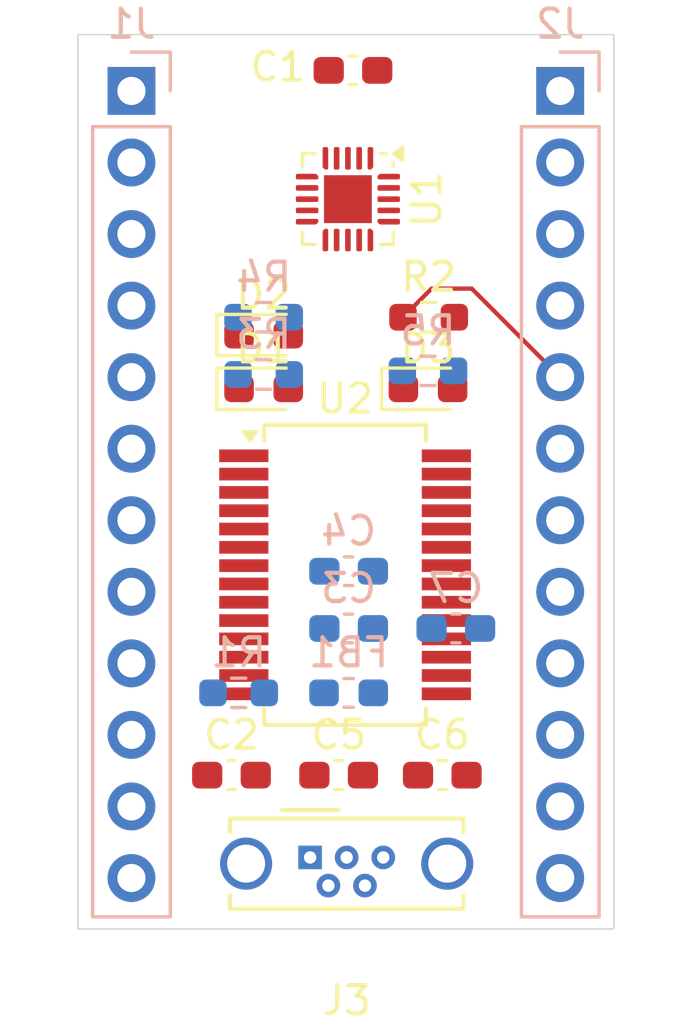
<source format=kicad_pcb>
(kicad_pcb (version 20241229) (generator "pcbnew") (generator_version "9.0")
  (layers (0 "F.Cu" signal) (2 "B.Cu" signal) (13 "F.Paste" user) (15 "B.Paste" user) (5 "F.SilkS" user "F.Silkscreen") (7 "B.SilkS" user "B.Silkscreen") (1 "F.Mask" user) (3 "B.Mask" user) (25 "Edge.Cuts" user))
  (net 0 "")
  (net 1 "GND")
  (net 2 "VCC")
  (net 3 "Net-(J3-VBUS)")
  (net 4 "Net-(J1-Pin_8)")
  (net 5 "Net-(J1-Pin_4)")
  (net 6 "Net-(J1-Pin_10)")
  (net 7 "Net-(J1-Pin_11)")
  (net 8 "Net-(J1-Pin_3)")
  (net 9 "Net-(J1-Pin_9)")
  (net 10 "Net-(J1-Pin_7)")
  (net 11 "Net-(J1-Pin_6)")
  (net 12 "Net-(J1-Pin_12)")
  (net 13 "Net-(J1-Pin_5)")
  (net 14 "Net-(J2-Pin_8)")
  (net 15 "/PB3")
  (net 16 "Net-(J2-Pin_11)")
  (net 17 "/PB5")
  (net 18 "Net-(J2-Pin_10)")
  (net 19 "/PB4")
  (net 20 "Net-(J2-Pin_9)")
  (net 21 "Net-(J3-D+)")
  (net 22 "Net-(J3-D-)")
  (net 23 "Net-(U2-3V3OUT)")
  (net 24 "Net-(D1-K)")
  (net 25 "Net-(D2-K)")
  (net 26 "Net-(D3-K)")
  (net 27 "/PB2")
  (net 28 "Net-(U2-CBUS3)")
  (net 30 "Net-(U2-CBUS0)")
  (net 31 "Net-(U2-CBUS1)")
  (footprint "Connector_USB:USB_Micro-B_Wuerth_614105150721_Vertical_CircularHoles" (layer "F.Cu") (at 77.47 64.77)
    (property "Reference" "J3" (at 1.3 5.08 0) (layer "F.SilkS"))
    (property "Value" "USB_B_Micro")
    (fp_line (start -2.85 -1.38) (end 5.45 -1.38) (stroke (width 0.15)) (layer "F.SilkS"))
    (fp_line (start -2.85 -0.905) (end -2.85 -1.38) (stroke (width 0.15)) (layer "F.SilkS"))
    (fp_line (start -2.85 1.345) (end -2.85 1.82) (stroke (width 0.15)) (layer "F.SilkS"))
    (fp_line (start -2.85 1.82) (end 5.45 1.82) (stroke (width 0.15)) (layer "F.SilkS"))
    (fp_line (start -1 -1.68) (end 1 -1.68) (stroke (width 0.15)) (layer "F.SilkS"))
    (fp_line (start 5.45 -1.38) (end 5.45 -0.905) (stroke (width 0.15)) (layer "F.SilkS"))
    (fp_line (start 5.45 1.82) (end 5.45 1.345) (stroke (width 0.15)) (layer "F.SilkS"))
    (pad "1" thru_hole rect (at 0 0) (size 0.84 0.84) (drill 0.44) (layers "*.Cu" "*.Mask") (net 3 "Net-(J3-VBUS)"))
    (pad "2" thru_hole circle (at 0.65 1) (size 0.84 0.84) (drill 0.44) (layers "*.Cu" "*.Mask") (net 22 "Net-(J3-D-)"))
    (pad "3" thru_hole circle (at 1.3 0) (size 0.84 0.84) (drill 0.44) (layers "*.Cu" "*.Mask") (net 21 "Net-(J3-D+)"))
    (pad "4" thru_hole circle (at 1.95 1) (size 0.84 0.84) (drill 0.44) (layers "*.Cu" "*.Mask") (net 1 "GND"))
    (pad "5" thru_hole circle (at 2.6 0) (size 0.84 0.84) (drill 0.44) (layers "*.Cu" "*.Mask") (net 1 "GND"))
    (pad "6" thru_hole circle (at -2.275 0.22) (size 1.85 1.85) (drill 1.35) (layers "*.Cu" "*.Mask") (net 1 "GND"))
    (pad "6" thru_hole circle (at 4.875 0.22) (size 1.85 1.85) (drill 1.35) (layers "*.Cu" "*.Mask") (net 1 "GND"))
  )
  (footprint "Package_DFN_QFN:VQFN-20-1EP_3x3mm_P0.4mm_EP1.7x1.7mm" (layer "F.Cu") (at 78.814 41.402 -90)
    (property "Reference" "U1" (at 0 -2.8 90) (layer "F.SilkS"))
    (property "Value" "ATtiny1606-M")
    (fp_line (start -1.61 1.61) (end -1.61 1.16) (stroke (width 0.12)) (layer "F.SilkS"))
    (fp_line (start -1.16 1.61) (end -1.61 1.61) (stroke (width 0.12)) (layer "F.SilkS"))
    (fp_line (start 1.16 1.61) (end 1.61 1.61) (stroke (width 0.12)) (layer "F.SilkS"))
    (fp_line (start 1.61 1.61) (end 1.61 1.16) (stroke (width 0.12)) (layer "F.SilkS"))
    (fp_line (start -1.61 -1.16) (end -1.61 -1.37) (stroke (width 0.12)) (layer "F.SilkS"))
    (fp_line (start -1.16 -1.61) (end -1.31 -1.61) (stroke (width 0.12)) (layer "F.SilkS"))
    (fp_line (start 1.16 -1.61) (end 1.61 -1.61) (stroke (width 0.12)) (layer "F.SilkS"))
    (fp_line (start 1.61 -1.61) (end 1.61 -1.16) (stroke (width 0.12)) (layer "F.SilkS"))
    (fp_poly (pts (xy -1.61 -1.61) (xy -1.85 -1.94) (xy -1.37 -1.94)) (stroke (width 0.12)) (fill yes) (layer "F.SilkS"))
    (pad "1" smd custom (at -1.45 -0.8 270) (size 0.143431 0.143431) (layers "F.Cu" "F.Mask" "F.Paste") (net 5 "Net-(J1-Pin_4)") (options (clearance outline) (anchor circle)) (primitives (gr_poly (pts (xy -0.35 -0.05) (xy 0.299289 -0.05) (xy 0.35 0.000711) (xy 0.35 0.05) (xy -0.35 0.05)) (width 0.1) (fill yes))))
    (pad "2" smd roundrect (at -1.45 -0.4 270) (size 0.8 0.2) (layers "F.Cu" "F.Mask" "F.Paste") (net 13 "Net-(J1-Pin_5)"))
    (pad "3" smd roundrect (at -1.45 0 270) (size 0.8 0.2) (layers "F.Cu" "F.Mask" "F.Paste") (net 1 "GND"))
    (pad "4" smd roundrect (at -1.45 0.4 270) (size 0.8 0.2) (layers "F.Cu" "F.Mask" "F.Paste") (net 2 "VCC"))
    (pad "5" smd custom (at -1.45 0.8 270) (size 0.143431 0.143431) (layers "F.Cu" "F.Mask" "F.Paste") (net 11 "Net-(J1-Pin_6)") (options (clearance outline) (anchor circle)) (primitives (gr_poly (pts (xy -0.35 -0.05) (xy 0.35 -0.05) (xy 0.35 -0.000711) (xy 0.299289 0.05) (xy -0.35 0.05)) (width 0.1) (fill yes))))
    (pad "6" smd custom (at -0.8 1.45 270) (size 0.143431 0.143431) (layers "F.Cu" "F.Mask" "F.Paste") (net 10 "Net-(J1-Pin_7)") (options (clearance outline) (anchor circle)) (primitives (gr_poly (pts (xy -0.05 -0.299289) (xy 0.000711 -0.35) (xy 0.05 -0.35) (xy 0.05 0.35) (xy -0.05 0.35)) (width 0.1) (fill yes))))
    (pad "7" smd roundrect (at -0.4 1.45 270) (size 0.2 0.8) (layers "F.Cu" "F.Mask" "F.Paste") (net 4 "Net-(J1-Pin_8)"))
    (pad "8" smd roundrect (at 0 1.45 270) (size 0.2 0.8) (layers "F.Cu" "F.Mask" "F.Paste") (net 9 "Net-(J1-Pin_9)"))
    (pad "9" smd roundrect (at 0.4 1.45 270) (size 0.2 0.8) (layers "F.Cu" "F.Mask" "F.Paste") (net 17 "/PB5"))
    (pad "10" smd custom (at 0.8 1.45 270) (size 0.143431 0.143431) (layers "F.Cu" "F.Mask" "F.Paste") (net 19 "/PB4") (options (clearance outline) (anchor circle)) (primitives (gr_poly (pts (xy -0.05 -0.35) (xy -0.000711 -0.35) (xy 0.05 -0.299289) (xy 0.05 0.35) (xy -0.05 0.35)) (width 0.1) (fill yes))))
    (pad "11" smd custom (at 1.45 0.8 270) (size 0.143431 0.143431) (layers "F.Cu" "F.Mask" "F.Paste") (net 15 "/PB3") (options (clearance outline) (anchor circle)) (primitives (gr_poly (pts (xy -0.35 -0.05) (xy 0.35 -0.05) (xy 0.35 0.05) (xy -0.299289 0.05) (xy -0.35 -0.000711)) (width 0.1) (fill yes))))
    (pad "12" smd roundrect (at 1.45 0.4 270) (size 0.8 0.2) (layers "F.Cu" "F.Mask" "F.Paste") (net 12 "Net-(J1-Pin_12)"))
    (pad "13" smd roundrect (at 1.45 0 270) (size 0.8 0.2) (layers "F.Cu" "F.Mask" "F.Paste") (net 7 "Net-(J1-Pin_11)"))
    (pad "14" smd roundrect (at 1.45 -0.4 270) (size 0.8 0.2) (layers "F.Cu" "F.Mask" "F.Paste") (net 6 "Net-(J1-Pin_10)"))
    (pad "15" smd custom (at 1.45 -0.8 270) (size 0.143431 0.143431) (layers "F.Cu" "F.Mask" "F.Paste") (net 14 "Net-(J2-Pin_8)") (options (clearance outline) (anchor circle)) (primitives (gr_poly (pts (xy -0.35 0.000711) (xy -0.299289 -0.05) (xy 0.35 -0.05) (xy 0.35 0.05) (xy -0.35 0.05)) (width 0.1) (fill yes))))
    (pad "16" smd custom (at 0.8 -1.45 270) (size 0.143431 0.143431) (layers "F.Cu" "F.Mask" "F.Paste") (net 20 "Net-(J2-Pin_9)") (options (clearance outline) (anchor circle)) (primitives (gr_poly (pts (xy -0.05 -0.35) (xy 0.05 -0.35) (xy 0.05 0.299289) (xy -0.000711 0.35) (xy -0.05 0.35)) (width 0.1) (fill yes))))
    (pad "17" smd roundrect (at 0.4 -1.45 270) (size 0.2 0.8) (layers "F.Cu" "F.Mask" "F.Paste") (net 18 "Net-(J2-Pin_10)"))
    (pad "18" smd roundrect (at 0 -1.45 270) (size 0.2 0.8) (layers "F.Cu" "F.Mask" "F.Paste") (net 16 "Net-(J2-Pin_11)"))
    (pad "19" smd roundrect (at -0.4 -1.45 270) (size 0.2 0.8) (layers "F.Cu" "F.Mask" "F.Paste") (net 27 "/PB2"))
    (pad "20" smd custom (at -0.8 -1.45 270) (size 0.143431 0.143431) (layers "F.Cu" "F.Mask" "F.Paste") (net 8 "Net-(J1-Pin_3)") (options (clearance outline) (anchor circle)) (primitives (gr_poly (pts (xy -0.05 -0.35) (xy 0.05 -0.35) (xy 0.05 0.35) (xy 0.000711 0.35) (xy -0.05 0.299289)) (width 0.1) (fill yes))))
    (pad "21" smd rect (at 0 0 270) (size 1.7 1.7) (property pad_prop_heatsink) (layers "F.Cu" "F.Mask") (net 1 "GND"))
  )
  (footprint "Capacitor_SMD:C_0603_1608Metric_Pad1.08x0.95mm_HandSolder" (layer "F.Cu") (at 82.169 61.849)
    (property "Reference" "C6" (at 0 -1.43 0) (layer "F.SilkS"))
    (property "Value" "47pF")
    (fp_line (start -0.146267 -0.51) (end 0.146267 -0.51) (stroke (width 0.12)) (layer "F.SilkS"))
    (fp_line (start -0.146267 0.51) (end 0.146267 0.51) (stroke (width 0.12)) (layer "F.SilkS"))
    (pad "1" smd roundrect (at -0.8625 0) (size 1.075 0.95) (layers "F.Cu" "F.Mask" "F.Paste") (net 22 "Net-(J3-D-)"))
    (pad "2" smd roundrect (at 0.8625 0) (size 1.075 0.95) (layers "F.Cu" "F.Mask" "F.Paste") (net 1 "GND"))
  )
  (footprint "Capacitor_SMD:C_0603_1608Metric_Pad1.08x0.95mm_HandSolder" (layer "F.Cu") (at 74.676 61.849)
    (property "Reference" "C2" (at 0 -1.43 0) (layer "F.SilkS"))
    (property "Value" "10nF")
    (fp_line (start -0.146267 -0.51) (end 0.146267 -0.51) (stroke (width 0.12)) (layer "F.SilkS"))
    (fp_line (start -0.146267 0.51) (end 0.146267 0.51) (stroke (width 0.12)) (layer "F.SilkS"))
    (pad "1" smd roundrect (at -0.8625 0) (size 1.075 0.95) (layers "F.Cu" "F.Mask" "F.Paste") (net 3 "Net-(J3-VBUS)"))
    (pad "2" smd roundrect (at 0.8625 0) (size 1.075 0.95) (layers "F.Cu" "F.Mask" "F.Paste") (net 1 "GND"))
  )
  (footprint "Capacitor_SMD:C_0603_1608Metric_Pad1.08x0.95mm_HandSolder" (layer "F.Cu") (at 78.486 61.849)
    (property "Reference" "C5" (at 0 -1.43 0) (layer "F.SilkS"))
    (property "Value" "47pF")
    (fp_line (start -0.146267 -0.51) (end 0.146267 -0.51) (stroke (width 0.12)) (layer "F.SilkS"))
    (fp_line (start -0.146267 0.51) (end 0.146267 0.51) (stroke (width 0.12)) (layer "F.SilkS"))
    (pad "1" smd roundrect (at -0.8625 0) (size 1.075 0.95) (layers "F.Cu" "F.Mask" "F.Paste") (net 21 "Net-(J3-D+)"))
    (pad "2" smd roundrect (at 0.8625 0) (size 1.075 0.95) (layers "F.Cu" "F.Mask" "F.Paste") (net 1 "GND"))
  )
  (footprint "Resistor_SMD:R_0603_1608Metric_Pad0.98x0.95mm_HandSolder" (layer "F.Cu") (at 81.6845 45.593)
    (property "Reference" "R2" (at 0 -1.43 0) (layer "F.SilkS"))
    (property "Value" "1k")
    (fp_line (start -0.254724 -0.5225) (end 0.254724 -0.5225) (stroke (width 0.12)) (layer "F.SilkS"))
    (fp_line (start -0.254724 0.5225) (end 0.254724 0.5225) (stroke (width 0.12)) (layer "F.SilkS"))
    (pad "1" smd roundrect (at -0.9125 0) (size 0.975 0.95) (layers "F.Cu" "F.Mask" "F.Paste") (net 15 "/PB3"))
    (pad "2" smd roundrect (at 0.9125 0) (size 0.975 0.95) (layers "F.Cu" "F.Mask" "F.Paste") (net 27 "/PB2"))
  )
  (footprint "Package_SO:SSOP-28_5.3x10.2mm_P0.65mm" (layer "F.Cu") (at 78.7135 54.737)
    (property "Reference" "U2" (at 0 -6.25 0) (layer "F.SilkS"))
    (property "Value" "FT232RL")
    (fp_line (start -2.875 -5.325) (end -2.875 -4.75) (stroke (width 0.15)) (layer "F.SilkS"))
    (fp_line (start -2.875 -5.325) (end 2.875 -5.325) (stroke (width 0.15)) (layer "F.SilkS"))
    (fp_line (start -2.875 4.75) (end -2.875 5.325) (stroke (width 0.15)) (layer "F.SilkS"))
    (fp_line (start -2.875 5.325) (end 2.875 5.325) (stroke (width 0.15)) (layer "F.SilkS"))
    (fp_line (start 2.875 -5.325) (end 2.875 -4.75) (stroke (width 0.15)) (layer "F.SilkS"))
    (fp_line (start 2.875 4.75) (end 2.875 5.325) (stroke (width 0.15)) (layer "F.SilkS"))
    (fp_poly (pts (xy -3.375 -4.75) (xy -3.615 -5.08) (xy -3.135 -5.08) (xy -3.375 -4.75)) (stroke (width 0.12)) (fill yes) (layer "F.SilkS"))
    (pad "1" smd rect (at -3.6 -4.225) (size 1.75 0.45) (layers "F.Cu" "F.Mask" "F.Paste") (net 15 "/PB3"))
    (pad "2" smd rect (at -3.6 -3.575) (size 1.75 0.45) (layers "F.Cu" "F.Mask" "F.Paste"))
    (pad "3" smd rect (at -3.6 -2.925) (size 1.75 0.45) (layers "F.Cu" "F.Mask" "F.Paste"))
    (pad "4" smd rect (at -3.6 -2.275) (size 1.75 0.45) (layers "F.Cu" "F.Mask" "F.Paste") (net 2 "VCC"))
    (pad "5" smd rect (at -3.6 -1.625) (size 1.75 0.45) (layers "F.Cu" "F.Mask" "F.Paste") (net 27 "/PB2"))
    (pad "6" smd rect (at -3.6 -0.975) (size 1.75 0.45) (layers "F.Cu" "F.Mask" "F.Paste"))
    (pad "7" smd rect (at -3.6 -0.325) (size 1.75 0.45) (layers "F.Cu" "F.Mask" "F.Paste") (net 1 "GND"))
    (pad "8" smd rect (at -3.6 0.325) (size 1.75 0.45) (layers "F.Cu" "F.Mask" "F.Paste"))
    (pad "9" smd rect (at -3.6 0.975) (size 1.75 0.45) (layers "F.Cu" "F.Mask" "F.Paste"))
    (pad "10" smd rect (at -3.6 1.625) (size 1.75 0.45) (layers "F.Cu" "F.Mask" "F.Paste"))
    (pad "11" smd rect (at -3.6 2.275) (size 1.75 0.45) (layers "F.Cu" "F.Mask" "F.Paste"))
    (pad "12" smd rect (at -3.6 2.925) (size 1.75 0.45) (layers "F.Cu" "F.Mask" "F.Paste"))
    (pad "13" smd rect (at -3.6 3.575) (size 1.75 0.45) (layers "F.Cu" "F.Mask" "F.Paste"))
    (pad "14" smd rect (at -3.6 4.225) (size 1.75 0.45) (layers "F.Cu" "F.Mask" "F.Paste") (net 28 "Net-(U2-CBUS3)"))
    (pad "15" smd rect (at 3.6 4.225) (size 1.75 0.45) (layers "F.Cu" "F.Mask" "F.Paste") (net 21 "Net-(J3-D+)"))
    (pad "16" smd rect (at 3.6 3.575) (size 1.75 0.45) (layers "F.Cu" "F.Mask" "F.Paste") (net 22 "Net-(J3-D-)"))
    (pad "17" smd rect (at 3.6 2.925) (size 1.75 0.45) (layers "F.Cu" "F.Mask" "F.Paste") (net 23 "Net-(U2-3V3OUT)"))
    (pad "18" smd rect (at 3.6 2.275) (size 1.75 0.45) (layers "F.Cu" "F.Mask" "F.Paste") (net 1 "GND"))
    (pad "19" smd rect (at 3.6 1.625) (size 1.75 0.45) (layers "F.Cu" "F.Mask" "F.Paste"))
    (pad "20" smd rect (at 3.6 0.975) (size 1.75 0.45) (layers "F.Cu" "F.Mask" "F.Paste") (net 2 "VCC"))
    (pad "21" smd rect (at 3.6 0.325) (size 1.75 0.45) (layers "F.Cu" "F.Mask" "F.Paste") (net 1 "GND"))
    (pad "22" smd rect (at 3.6 -0.325) (size 1.75 0.45) (layers "F.Cu" "F.Mask" "F.Paste") (net 31 "Net-(U2-CBUS1)"))
    (pad "23" smd rect (at 3.6 -0.975) (size 1.75 0.45) (layers "F.Cu" "F.Mask" "F.Paste") (net 30 "Net-(U2-CBUS0)"))
    (pad "24" smd rect (at 3.6 -1.625) (size 1.75 0.45) (layers "F.Cu" "F.Mask" "F.Paste"))
    (pad "25" smd rect (at 3.6 -2.275) (size 1.75 0.45) (layers "F.Cu" "F.Mask" "F.Paste") (net 1 "GND"))
    (pad "26" smd rect (at 3.6 -2.925) (size 1.75 0.45) (layers "F.Cu" "F.Mask" "F.Paste") (net 1 "GND"))
    (pad "27" smd rect (at 3.6 -3.575) (size 1.75 0.45) (layers "F.Cu" "F.Mask" "F.Paste"))
    (pad "28" smd rect (at 3.6 -4.225) (size 1.75 0.45) (layers "F.Cu" "F.Mask" "F.Paste"))
  )
  (footprint "LED_SMD:LED_0603_1608Metric_Pad1.05x0.95mm_HandSolder" (layer "F.Cu") (at 75.819 48.133)
    (property "Reference" "D1" (at 0 -1.43 0) (layer "F.SilkS"))
    (property "Value" "LED")
    (fp_line (start -1.66 -0.735) (end -1.66 0.735) (stroke (width 0.12)) (layer "F.SilkS"))
    (fp_line (start -1.66 0.735) (end 0.8 0.735) (stroke (width 0.12)) (layer "F.SilkS"))
    (fp_line (start 0.8 -0.735) (end -1.66 -0.735) (stroke (width 0.12)) (layer "F.SilkS"))
    (pad "1" smd roundrect (at -0.875 0) (size 1.05 0.95) (layers "F.Cu" "F.Mask" "F.Paste") (net 24 "Net-(D1-K)"))
    (pad "2" smd roundrect (at 0.875 0) (size 1.05 0.95) (layers "F.Cu" "F.Mask" "F.Paste") (net 2 "VCC"))
  )
  (footprint "LED_SMD:LED_0603_1608Metric_Pad1.05x0.95mm_HandSolder" (layer "F.Cu") (at 81.661 48.133)
    (property "Reference" "D3" (at 0 -1.43 0) (layer "F.SilkS"))
    (property "Value" "LED")
    (fp_line (start -1.66 -0.735) (end -1.66 0.735) (stroke (width 0.12)) (layer "F.SilkS"))
    (fp_line (start -1.66 0.735) (end 0.8 0.735) (stroke (width 0.12)) (layer "F.SilkS"))
    (fp_line (start 0.8 -0.735) (end -1.66 -0.735) (stroke (width 0.12)) (layer "F.SilkS"))
    (pad "1" smd roundrect (at -0.875 0) (size 1.05 0.95) (layers "F.Cu" "F.Mask" "F.Paste") (net 26 "Net-(D3-K)"))
    (pad "2" smd roundrect (at 0.875 0) (size 1.05 0.95) (layers "F.Cu" "F.Mask" "F.Paste") (net 2 "VCC"))
  )
  (footprint "LED_SMD:LED_0603_1608Metric_Pad1.05x0.95mm_HandSolder" (layer "F.Cu") (at 75.819 46.228)
    (property "Reference" "D2" (at 0 -1.43 0) (layer "F.SilkS"))
    (property "Value" "LED")
    (fp_line (start -1.66 -0.735) (end -1.66 0.735) (stroke (width 0.12)) (layer "F.SilkS"))
    (fp_line (start -1.66 0.735) (end 0.8 0.735) (stroke (width 0.12)) (layer "F.SilkS"))
    (fp_line (start 0.8 -0.735) (end -1.66 -0.735) (stroke (width 0.12)) (layer "F.SilkS"))
    (pad "1" smd roundrect (at -0.875 0) (size 1.05 0.95) (layers "F.Cu" "F.Mask" "F.Paste") (net 25 "Net-(D2-K)"))
    (pad "2" smd roundrect (at 0.875 0) (size 1.05 0.95) (layers "F.Cu" "F.Mask" "F.Paste") (net 2 "VCC"))
  )
  (footprint "Capacitor_SMD:C_0603_1608Metric_Pad1.08x0.95mm_HandSolder" (layer "F.Cu") (at 78.994 36.83)
    (property "Reference" "C1" (at -2.667 -0.127 0) (layer "F.SilkS"))
    (property "Value" "0.1uF")
    (fp_line (start -0.146267 -0.51) (end 0.146267 -0.51) (stroke (width 0.12)) (layer "F.SilkS"))
    (fp_line (start -0.146267 0.51) (end 0.146267 0.51) (stroke (width 0.12)) (layer "F.SilkS"))
    (pad "1" smd roundrect (at -0.8625 0) (size 1.075 0.95) (layers "F.Cu" "F.Mask" "F.Paste") (net 2 "VCC"))
    (pad "2" smd roundrect (at 0.8625 0) (size 1.075 0.95) (layers "F.Cu" "F.Mask" "F.Paste") (net 1 "GND"))
  )
  (footprint "Resistor_SMD:R_0603_1608Metric_Pad0.98x0.95mm_HandSolder" (layer "B.Cu") (at 75.819 45.593 180)
    (property "Reference" "R4" (at 0 1.43 0) (layer "B.SilkS") (effects (justify mirror)))
    (property "Value" "330")
    (fp_line (start -0.254724 0.5225) (end 0.254724 0.5225) (stroke (width 0.12)) (layer "B.SilkS"))
    (fp_line (start -0.254724 -0.5225) (end 0.254724 -0.5225) (stroke (width 0.12)) (layer "B.SilkS"))
    (pad "1" smd roundrect (at -0.9125 0 180) (size 0.975 0.95) (layers "B.Cu" "B.Mask" "B.Paste") (net 31 "Net-(U2-CBUS1)"))
    (pad "2" smd roundrect (at 0.9125 0 180) (size 0.975 0.95) (layers "B.Cu" "B.Mask" "B.Paste") (net 25 "Net-(D2-K)"))
  )
  (footprint "Capacitor_SMD:C_0603_1608Metric_Pad1.08x0.95mm_HandSolder" (layer "B.Cu") (at 78.8405 54.61 180)
    (property "Reference" "C4" (at 0 1.43 0) (layer "B.SilkS") (effects (justify mirror)))
    (property "Value" "0.1uF")
    (fp_line (start -0.146267 0.51) (end 0.146267 0.51) (stroke (width 0.12)) (layer "B.SilkS"))
    (fp_line (start -0.146267 -0.51) (end 0.146267 -0.51) (stroke (width 0.12)) (layer "B.SilkS"))
    (pad "1" smd roundrect (at -0.8625 0 180) (size 1.075 0.95) (layers "B.Cu" "B.Mask" "B.Paste") (net 2 "VCC"))
    (pad "2" smd roundrect (at 0.8625 0 180) (size 1.075 0.95) (layers "B.Cu" "B.Mask" "B.Paste") (net 1 "GND"))
  )
  (footprint "Connector_PinHeader_2.54mm:PinHeader_1x12_P2.54mm_Vertical" (layer "B.Cu") (at 71.12 37.56 180)
    (property "Reference" "J1" (at 0 2.38 0) (layer "B.SilkS") (effects (justify mirror)))
    (property "Value" "Conn_01x12")
    (fp_line (start 1.38 -1.27) (end 1.38 -29.32) (stroke (width 0.12)) (layer "B.SilkS"))
    (fp_line (start -1.38 1.38) (end 0 1.38) (stroke (width 0.12)) (layer "B.SilkS"))
    (fp_line (start -1.38 0) (end -1.38 1.38) (stroke (width 0.12)) (layer "B.SilkS"))
    (fp_line (start -1.38 -1.27) (end 1.38 -1.27) (stroke (width 0.12)) (layer "B.SilkS"))
    (fp_line (start -1.38 -1.27) (end -1.38 -29.32) (stroke (width 0.12)) (layer "B.SilkS"))
    (fp_line (start -1.38 -29.32) (end 1.38 -29.32) (stroke (width 0.12)) (layer "B.SilkS"))
    (pad "1" thru_hole rect (at 0 0 180) (size 1.7 1.7) (drill 1) (layers "*.Cu" "*.Mask") (net 2 "VCC"))
    (pad "2" thru_hole circle (at 0 -2.54 180) (size 1.7 1.7) (drill 1) (layers "*.Cu" "*.Mask") (net 27 "/PB2"))
    (pad "3" thru_hole circle (at 0 -5.08 180) (size 1.7 1.7) (drill 1) (layers "*.Cu" "*.Mask") (net 8 "Net-(J1-Pin_3)"))
    (pad "4" thru_hole circle (at 0 -7.62 180) (size 1.7 1.7) (drill 1) (layers "*.Cu" "*.Mask") (net 5 "Net-(J1-Pin_4)"))
    (pad "5" thru_hole circle (at 0 -10.16 180) (size 1.7 1.7) (drill 1) (layers "*.Cu" "*.Mask") (net 13 "Net-(J1-Pin_5)"))
    (pad "6" thru_hole circle (at 0 -12.7 180) (size 1.7 1.7) (drill 1) (layers "*.Cu" "*.Mask") (net 11 "Net-(J1-Pin_6)"))
    (pad "7" thru_hole circle (at 0 -15.24 180) (size 1.7 1.7) (drill 1) (layers "*.Cu" "*.Mask") (net 10 "Net-(J1-Pin_7)"))
    (pad "8" thru_hole circle (at 0 -17.78 180) (size 1.7 1.7) (drill 1) (layers "*.Cu" "*.Mask") (net 4 "Net-(J1-Pin_8)"))
    (pad "9" thru_hole circle (at 0 -20.32 180) (size 1.7 1.7) (drill 1) (layers "*.Cu" "*.Mask") (net 9 "Net-(J1-Pin_9)"))
    (pad "10" thru_hole circle (at 0 -22.86 180) (size 1.7 1.7) (drill 1) (layers "*.Cu" "*.Mask") (net 6 "Net-(J1-Pin_10)"))
    (pad "11" thru_hole circle (at 0 -25.4 180) (size 1.7 1.7) (drill 1) (layers "*.Cu" "*.Mask") (net 7 "Net-(J1-Pin_11)"))
    (pad "12" thru_hole circle (at 0 -27.94 180) (size 1.7 1.7) (drill 1) (layers "*.Cu" "*.Mask") (net 12 "Net-(J1-Pin_12)"))
  )
  (footprint "Connector_PinHeader_2.54mm:PinHeader_1x12_P2.54mm_Vertical" (layer "B.Cu") (at 86.36 37.56 180)
    (property "Reference" "J2" (at 0 2.38 0) (layer "B.SilkS") (effects (justify mirror)))
    (property "Value" "Conn_01x12")
    (fp_line (start 1.38 -1.27) (end 1.38 -29.32) (stroke (width 0.12)) (layer "B.SilkS"))
    (fp_line (start -1.38 1.38) (end 0 1.38) (stroke (width 0.12)) (layer "B.SilkS"))
    (fp_line (start -1.38 0) (end -1.38 1.38) (stroke (width 0.12)) (layer "B.SilkS"))
    (fp_line (start -1.38 -1.27) (end 1.38 -1.27) (stroke (width 0.12)) (layer "B.SilkS"))
    (fp_line (start -1.38 -1.27) (end -1.38 -29.32) (stroke (width 0.12)) (layer "B.SilkS"))
    (fp_line (start -1.38 -29.32) (end 1.38 -29.32) (stroke (width 0.12)) (layer "B.SilkS"))
    (pad "1" thru_hole rect (at 0 0 180) (size 1.7 1.7) (drill 1) (layers "*.Cu" "*.Mask") (net 2 "VCC"))
    (pad "2" thru_hole circle (at 0 -2.54 180) (size 1.7 1.7) (drill 1) (layers "*.Cu" "*.Mask") (net 2 "VCC"))
    (pad "3" thru_hole circle (at 0 -5.08 180) (size 1.7 1.7) (drill 1) (layers "*.Cu" "*.Mask") (net 1 "GND"))
    (pad "4" thru_hole circle (at 0 -7.62 180) (size 1.7 1.7) (drill 1) (layers "*.Cu" "*.Mask") (net 1 "GND"))
    (pad "5" thru_hole circle (at 0 -10.16 180) (size 1.7 1.7) (drill 1) (layers "*.Cu" "*.Mask") (net 15 "/PB3"))
    (pad "6" thru_hole circle (at 0 -12.7 180) (size 1.7 1.7) (drill 1) (layers "*.Cu" "*.Mask") (net 19 "/PB4"))
    (pad "7" thru_hole circle (at 0 -15.24 180) (size 1.7 1.7) (drill 1) (layers "*.Cu" "*.Mask") (net 17 "/PB5"))
    (pad "8" thru_hole circle (at 0 -17.78 180) (size 1.7 1.7) (drill 1) (layers "*.Cu" "*.Mask") (net 14 "Net-(J2-Pin_8)"))
    (pad "9" thru_hole circle (at 0 -20.32 180) (size 1.7 1.7) (drill 1) (layers "*.Cu" "*.Mask") (net 20 "Net-(J2-Pin_9)"))
    (pad "10" thru_hole circle (at 0 -22.86 180) (size 1.7 1.7) (drill 1) (layers "*.Cu" "*.Mask") (net 18 "Net-(J2-Pin_10)"))
    (pad "11" thru_hole circle (at 0 -25.4 180) (size 1.7 1.7) (drill 1) (layers "*.Cu" "*.Mask") (net 16 "Net-(J2-Pin_11)"))
    (pad "12" thru_hole circle (at 0 -27.94 180) (size 1.7 1.7) (drill 1) (layers "*.Cu" "*.Mask") (net 1 "GND"))
  )
  (footprint "Resistor_SMD:R_0603_1608Metric_Pad0.98x0.95mm_HandSolder" (layer "B.Cu") (at 74.93 58.928 180)
    (property "Reference" "R1" (at 0 1.43 0) (layer "B.SilkS") (effects (justify mirror)))
    (property "Value" "10k")
    (fp_line (start -0.254724 0.5225) (end 0.254724 0.5225) (stroke (width 0.12)) (layer "B.SilkS"))
    (fp_line (start -0.254724 -0.5225) (end 0.254724 -0.5225) (stroke (width 0.12)) (layer "B.SilkS"))
    (pad "1" smd roundrect (at -0.9125 0 180) (size 0.975 0.95) (layers "B.Cu" "B.Mask" "B.Paste") (net 2 "VCC"))
    (pad "2" smd roundrect (at 0.9125 0 180) (size 0.975 0.95) (layers "B.Cu" "B.Mask" "B.Paste") (net 28 "Net-(U2-CBUS3)"))
  )
  (footprint "Resistor_SMD:R_0603_1608Metric_Pad0.98x0.95mm_HandSolder" (layer "B.Cu") (at 75.819 47.625 180)
    (property "Reference" "R3" (at 0 1.43 0) (layer "B.SilkS") (effects (justify mirror)))
    (property "Value" "330")
    (fp_line (start -0.254724 0.5225) (end 0.254724 0.5225) (stroke (width 0.12)) (layer "B.SilkS"))
    (fp_line (start -0.254724 -0.5225) (end 0.254724 -0.5225) (stroke (width 0.12)) (layer "B.SilkS"))
    (pad "1" smd roundrect (at -0.9125 0 180) (size 0.975 0.95) (layers "B.Cu" "B.Mask" "B.Paste") (net 30 "Net-(U2-CBUS0)"))
    (pad "2" smd roundrect (at 0.9125 0 180) (size 0.975 0.95) (layers "B.Cu" "B.Mask" "B.Paste") (net 24 "Net-(D1-K)"))
  )
  (footprint "Capacitor_SMD:C_0603_1608Metric_Pad1.08x0.95mm_HandSolder" (layer "B.Cu") (at 82.6505 56.642 180)
    (property "Reference" "C7" (at 0 1.43 0) (layer "B.SilkS") (effects (justify mirror)))
    (property "Value" "0.1uF")
    (fp_line (start -0.146267 0.51) (end 0.146267 0.51) (stroke (width 0.12)) (layer "B.SilkS"))
    (fp_line (start -0.146267 -0.51) (end 0.146267 -0.51) (stroke (width 0.12)) (layer "B.SilkS"))
    (pad "1" smd roundrect (at -0.8625 0 180) (size 1.075 0.95) (layers "B.Cu" "B.Mask" "B.Paste") (net 23 "Net-(U2-3V3OUT)"))
    (pad "2" smd roundrect (at 0.8625 0 180) (size 1.075 0.95) (layers "B.Cu" "B.Mask" "B.Paste") (net 1 "GND"))
  )
  (footprint "Inductor_SMD:L_0603_1608Metric_Pad1.05x0.95mm_HandSolder" (layer "B.Cu") (at 78.8405 58.928 180)
    (property "Reference" "FB1" (at 0 1.43 0) (layer "B.SilkS") (effects (justify mirror)))
    (property "Value" "FerriteBead")
    (fp_line (start -0.171267 0.51) (end 0.171267 0.51) (stroke (width 0.12)) (layer "B.SilkS"))
    (fp_line (start -0.171267 -0.51) (end 0.171267 -0.51) (stroke (width 0.12)) (layer "B.SilkS"))
    (pad "1" smd roundrect (at -0.875 0 180) (size 1.05 0.95) (layers "B.Cu" "B.Mask" "B.Paste") (net 3 "Net-(J3-VBUS)"))
    (pad "2" smd roundrect (at 0.875 0 180) (size 1.05 0.95) (layers "B.Cu" "B.Mask" "B.Paste") (net 2 "VCC"))
  )
  (footprint "Resistor_SMD:R_0603_1608Metric_Pad0.98x0.95mm_HandSolder" (layer "B.Cu") (at 81.661 47.498 180)
    (property "Reference" "R5" (at 0 1.43 0) (layer "B.SilkS") (effects (justify mirror)))
    (property "Value" "330")
    (fp_line (start -0.254724 0.5225) (end 0.254724 0.5225) (stroke (width 0.12)) (layer "B.SilkS"))
    (fp_line (start -0.254724 -0.5225) (end 0.254724 -0.5225) (stroke (width 0.12)) (layer "B.SilkS"))
    (pad "1" smd roundrect (at -0.9125 0 180) (size 0.975 0.95) (layers "B.Cu" "B.Mask" "B.Paste") (net 14 "Net-(J2-Pin_8)"))
    (pad "2" smd roundrect (at 0.9125 0 180) (size 0.975 0.95) (layers "B.Cu" "B.Mask" "B.Paste") (net 26 "Net-(D3-K)"))
  )
  (footprint "Capacitor_SMD:C_0603_1608Metric_Pad1.08x0.95mm_HandSolder" (layer "B.Cu") (at 78.8405 56.642 180)
    (property "Reference" "C3" (at 0 1.43 0) (layer "B.SilkS") (effects (justify mirror)))
    (property "Value" "4.7uF")
    (fp_line (start -0.146267 0.51) (end 0.146267 0.51) (stroke (width 0.12)) (layer "B.SilkS"))
    (fp_line (start -0.146267 -0.51) (end 0.146267 -0.51) (stroke (width 0.12)) (layer "B.SilkS"))
    (pad "1" smd roundrect (at -0.8625 0 180) (size 1.075 0.95) (layers "B.Cu" "B.Mask" "B.Paste") (net 2 "VCC"))
    (pad "2" smd roundrect (at 0.8625 0 180) (size 1.075 0.95) (layers "B.Cu" "B.Mask" "B.Paste") (net 1 "GND"))
  )
  (gr_rect (start 69.215 35.56) (end 88.265 67.31) (stroke (width 0.05)) (fill no) (layer "Edge.Cuts"))
  (segment (start 86.36 47.72) (end 83.217 44.577) (width 0.1524) (layer "F.Cu") (net 15))
  (segment (start 81.788 44.577) (end 80.772 45.593) (width 0.1524) (layer "F.Cu") (net 15))
  (segment (start 83.217 44.577) (end 81.788 44.577) (width 0.1524) (layer "F.Cu") (net 15))
)
</source>
